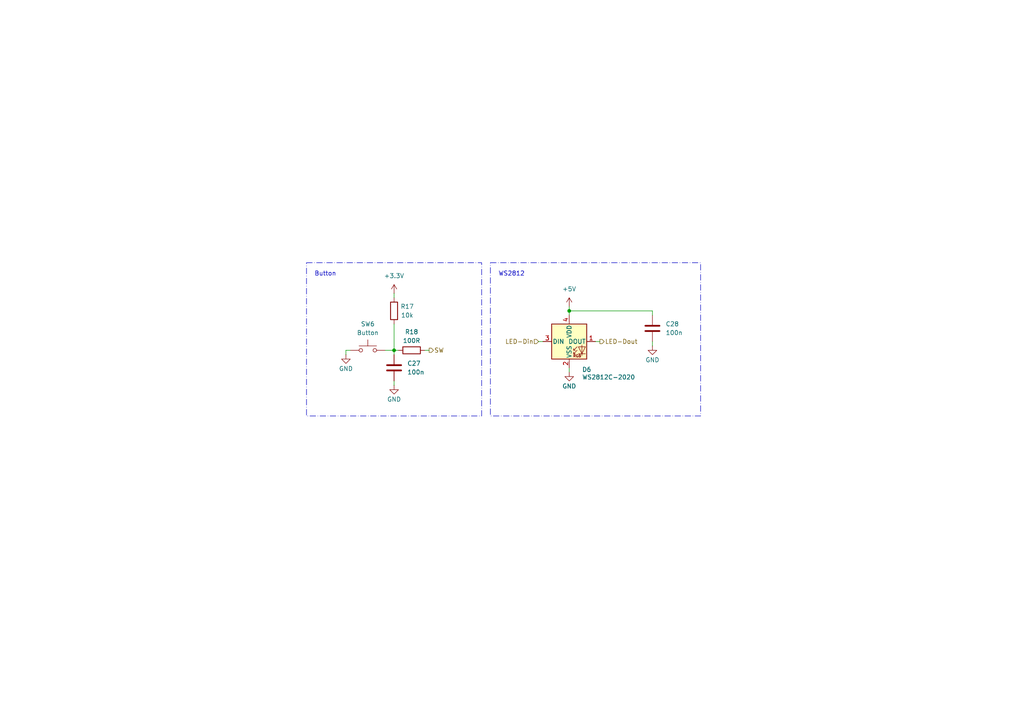
<source format=kicad_sch>
(kicad_sch (version 20250114) (generator "eeschema") (generator_version "9.0")
  (paper "A4")
  (title_block (title "Numpad") (date "2025-10-28") (rev "v2.0") (company "Szymon Wąchała"))
  (lib_symbols
    (symbol "Device:C" (pin_numbers (hide yes)) (pin_names (offset 0.254))
      (property "Reference" "C" (at 0.635 2.54 0))
      (property "Value" "C" (at 0.635 -2.54 0))
      (symbol "C_0_1"
        (polyline (pts (xy -2.032 0.762) (xy 2.032 0.762)) (stroke (width 0.508)))
        (polyline (pts (xy -2.032 -0.762) (xy 2.032 -0.762)) (stroke (width 0.508)))
      )
      (symbol "C_1_1"
        (pin passive line (at 0 3.81 270) (length 2.794) (name "~") (number "1"))
        (pin passive line (at 0 -3.81 90) (length 2.794) (name "~") (number "2"))
      )
    )
    (symbol "Device:R" (pin_numbers (hide yes)) (pin_names (offset 0))
      (property "Reference" "R" (at 2.032 0 90))
      (property "Value" "R" (at 0 0 90))
      (symbol "R_0_1"
        (rectangle (start -1.016 -2.54) (end 1.016 2.54) (stroke (width 0.254)))
      )
      (symbol "R_1_1"
        (pin passive line (at 0 3.81 270) (length 1.27) (name "~") (number "1"))
        (pin passive line (at 0 -3.81 90) (length 1.27) (name "~") (number "2"))
      )
    )
    (symbol "LED:WS2812B-2020" (pin_names (offset 0.254))
      (property "Reference" "D" (at 5.08 5.715 0))
      (property "Value" "WS2812B-2020" (at 1.27 -5.715 0))
      (symbol "WS2812B-2020_0_0"
        (text "RGB" (at 2.286 -4.191 0) (effects (font (size 0.762 0.762))))
      )
      (symbol "WS2812B-2020_0_1"
        (polyline (pts (xy 1.27 -2.54) (xy 1.778 -2.54)))
        (polyline (pts (xy 1.27 -3.556) (xy 1.778 -3.556)))
        (polyline (pts (xy 2.286 -1.524) (xy 1.27 -2.54) (xy 1.27 -2.032)))
        (polyline (pts (xy 2.286 -2.54) (xy 1.27 -3.556) (xy 1.27 -3.048)))
        (polyline (pts (xy 3.683 -1.016) (xy 3.683 -3.556) (xy 3.683 -4.064)))
        (polyline (pts (xy 4.699 -1.524) (xy 2.667 -1.524) (xy 3.683 -3.556) (xy 4.699 -1.524)))
        (polyline (pts (xy 4.699 -3.556) (xy 2.667 -3.556)))
        (rectangle (start 5.08 5.08) (end -5.08 -5.08) (stroke (width 0.254)) (fill (type background)))
      )
      (symbol "WS2812B-2020_1_1"
        (pin input line (at -7.62 0 0) (length 2.54) (name "DIN") (number "3"))
        (pin power_in line (at 0 7.62 270) (length 2.54) (name "VDD") (number "4"))
        (pin power_in line (at 0 -7.62 90) (length 2.54) (name "VSS") (number "2"))
        (pin output line (at 7.62 0 180) (length 2.54) (name "DOUT") (number "1"))
      )
    )
    (symbol "Switch:SW_Push" (pin_numbers (hide yes)) (pin_names (offset 1.016) (hide yes))
      (property "Reference" "SW" (at 1.27 2.54 0))
      (property "Value" "SW_Push" (at 0 -1.524 0))
      (symbol "SW_Push_0_1"
        (circle (center -2.032 0) (radius 0.508))
        (polyline (pts (xy 0 1.27) (xy 0 3.048)))
        (circle (center 2.032 0) (radius 0.508))
        (polyline (pts (xy 2.54 1.27) (xy -2.54 1.27)))
        (pin passive line (at -5.08 0 0) (length 2.54) (name "1") (number "1"))
        (pin passive line (at 5.08 0 180) (length 2.54) (name "2") (number "2"))
      )
    )
    (symbol "power:GND" (power) (pin_numbers (hide yes)) (pin_names (offset 0) (hide yes))
      (property "Value" "GND" (at 0 -3.81 0))
      (symbol "GND_0_1"
        (polyline (pts (xy 0 0) (xy 0 -1.27) (xy 1.27 -1.27) (xy 0 -2.54) (xy -1.27 -1.27) (xy 0 -1.27)))
      )
      (symbol "GND_1_1"
        (pin power_in line (at 0 0 270) (length 0) (name "~") (number "1"))
      )
    )
    (symbol "power:VCC" (power) (pin_numbers (hide yes)) (pin_names (offset 0) (hide yes))
      (property "Value" "VCC" (at 0 3.556 0))
      (symbol "VCC_0_1"
        (polyline (pts (xy -0.762 1.27) (xy 0 2.54)))
        (polyline (pts (xy 0 2.54) (xy 0.762 1.27)))
        (polyline (pts (xy 0 0) (xy 0 2.54)))
      )
      (symbol "VCC_1_1"
        (pin power_in line (at 0 0 90) (length 0) (name "~") (number "1"))
      )
    )
  )
  (rectangle (start 142.24 76.2) (end 203.2 120.65) (stroke (width 0) (type dash_dot)))
  (rectangle (start 88.9 76.2) (end 139.7 120.65) (stroke (width 0) (type dash_dot)))
  (text "Button" (at 91.186 79.502 0) (effects (font (size 1.27 1.27)) (justify left)))
  (text "WS2812" (at 144.526 79.502 0) (effects (font (size 1.27 1.27)) (justify left)))
  (junction (at 114.3 101.6))
  (junction (at 165.1 90.17))
  (wire (pts (xy 111.76 101.6) (xy 114.3 101.6)))
  (wire (pts (xy 114.3 85.09) (xy 114.3 86.36)))
  (wire (pts (xy 123.19 101.6) (xy 124.46 101.6)))
  (wire (pts (xy 114.3 101.6) (xy 115.57 101.6)))
  (wire (pts (xy 189.23 99.06) (xy 189.23 100.33)))
  (wire (pts (xy 100.33 101.6) (xy 100.33 102.87)))
  (wire (pts (xy 165.1 106.68) (xy 165.1 107.95)))
  (wire (pts (xy 114.3 93.98) (xy 114.3 101.6)))
  (wire (pts (xy 114.3 110.49) (xy 114.3 111.76)))
  (wire (pts (xy 114.3 102.87) (xy 114.3 101.6)))
  (wire (pts (xy 172.72 99.06) (xy 173.99 99.06)))
  (wire (pts (xy 165.1 88.9) (xy 165.1 90.17)))
  (wire (pts (xy 156.21 99.06) (xy 157.48 99.06)))
  (wire (pts (xy 189.23 91.44) (xy 189.23 90.17)))
  (wire (pts (xy 165.1 90.17) (xy 165.1 91.44)))
  (wire (pts (xy 100.33 101.6) (xy 101.6 101.6)))
  (wire (pts (xy 165.1 90.17) (xy 189.23 90.17)))
  (hierarchical_label "SW" (shape output) (at 124.46 101.6 0))
  (hierarchical_label "LED-Din" (shape input) (at 156.21 99.06 180))
  (hierarchical_label "LED-Dout" (shape output) (at 173.99 99.06 0))
  (symbol (lib_id "Device:C") (at 114.3 106.68 0) (unit 1)
    (property "Reference" "C17" (at 118.11 105.4099 0) (effects (justify left)))
    (property "Value" "100n" (at 118.11 107.9499 0) (effects (justify left)))
    (property "Footprint" "Capacitor_SMD:C_0603_1608Metric" (effects (hide yes)))
    (property "Description" "Unpolarized capacitor" (effects (hide yes)))
    (instances (project "Numpad" (path "" (reference "C27") (unit 1)) (path "" (reference "C31") (unit 1)) (path "" (reference "C39") (unit 1)) (path "" (reference "C51") (unit 1)) (path "" (reference "C37") (unit 1)) (path "" (reference "C17") (unit 1)) (path "" (reference "C49") (unit 1)) (path "" (reference "C33") (unit 1)) (path "" (reference "C41") (unit 1)) (path "" (reference "C47") (unit 1)) (path "" (reference "C23") (unit 1)) (path "" (reference "C43") (unit 1)) (path "" (reference "C19") (unit 1)) (path "" (reference "C29") (unit 1)) (path "" (reference "C25") (unit 1)) (path "" (reference "C21") (unit 1)) (path "" (reference "C45") (unit 1)) (path "" (reference "C35") (unit 1)) (path "" (reference "C53") (unit 1))))
  )
  (symbol (lib_id "Device:R") (at 119.38 101.6 90) (unit 1)
    (property "Reference" "R8" (at 119.38 96.266 90))
    (property "Value" "100R" (at 119.38 98.806 90))
    (property "Footprint" "Resistor_SMD:R_0603_1608Metric" (effects (hide yes)))
    (property "Description" "Resistor" (effects (hide yes)))
    (instances (project "Numpad" (path "" (reference "R18") (unit 1)) (path "" (reference "R22") (unit 1)) (path "" (reference "R30") (unit 1)) (path "" (reference "R42") (unit 1)) (path "" (reference "R28") (unit 1)) (path "" (reference "R8") (unit 1)) (path "" (reference "R40") (unit 1)) (path "" (reference "R24") (unit 1)) (path "" (reference "R32") (unit 1)) (path "" (reference "R38") (unit 1)) (path "" (reference "R14") (unit 1)) (path "" (reference "R34") (unit 1)) (path "" (reference "R10") (unit 1)) (path "" (reference "R20") (unit 1)) (path "" (reference "R16") (unit 1)) (path "" (reference "R12") (unit 1)) (path "" (reference "R36") (unit 1)) (path "" (reference "R26") (unit 1)) (path "" (reference "R44") (unit 1))))
  )
  (symbol (lib_id "power:GND") (at 165.1 107.95 0) (unit 1)
    (property "Reference" "#PWR039" (effects (hide yes)))
    (property "Value" "GND" (at 165.1 112.014 0))
    (property "Description" "Power symbol creates a global label with name \"GND\" , ground" (effects (hide yes)))
    (instances (project "Numpad" (path "" (reference "#PWR069") (unit 1)) (path "" (reference "#PWR081") (unit 1)) (path "" (reference "#PWR0105") (unit 1)) (path "" (reference "#PWR0141") (unit 1)) (path "" (reference "#PWR099") (unit 1)) (path "" (reference "#PWR039") (unit 1)) (path "" (reference "#PWR0135") (unit 1)) (path "" (reference "#PWR087") (unit 1)) (path "" (reference "#PWR0111") (unit 1)) (path "" (reference "#PWR0129") (unit 1)) (path "" (reference "#PWR057") (unit 1)) (path "" (reference "#PWR0117") (unit 1)) (path "" (reference "#PWR045") (unit 1)) (path "" (reference "#PWR075") (unit 1)) (path "" (reference "#PWR063") (unit 1)) (path "" (reference "#PWR051") (unit 1)) (path "" (reference "#PWR0123") (unit 1)) (path "" (reference "#PWR093") (unit 1)) (path "" (reference "#PWR0147") (unit 1))))
  )
  (symbol (lib_id "power:GND") (at 100.33 102.87 0) (unit 1)
    (property "Reference" "#PWR035" (effects (hide yes)))
    (property "Value" "GND" (at 100.33 106.934 0))
    (property "Description" "Power symbol creates a global label with name \"GND\" , ground" (effects (hide yes)))
    (instances (project "Numpad" (path "" (reference "#PWR065") (unit 1)) (path "" (reference "#PWR077") (unit 1)) (path "" (reference "#PWR0101") (unit 1)) (path "" (reference "#PWR0137") (unit 1)) (path "" (reference "#PWR095") (unit 1)) (path "" (reference "#PWR035") (unit 1)) (path "" (reference "#PWR0131") (unit 1)) (path "" (reference "#PWR083") (unit 1)) (path "" (reference "#PWR0107") (unit 1)) (path "" (reference "#PWR0125") (unit 1)) (path "" (reference "#PWR053") (unit 1)) (path "" (reference "#PWR0113") (unit 1)) (path "" (reference "#PWR041") (unit 1)) (path "" (reference "#PWR071") (unit 1)) (path "" (reference "#PWR059") (unit 1)) (path "" (reference "#PWR047") (unit 1)) (path "" (reference "#PWR0119") (unit 1)) (path "" (reference "#PWR089") (unit 1)) (path "" (reference "#PWR0143") (unit 1))))
  )
  (symbol (lib_id "power:GND") (at 114.3 111.76 0) (unit 1)
    (property "Reference" "#PWR037" (effects (hide yes)))
    (property "Value" "GND" (at 114.3 115.824 0))
    (property "Description" "Power symbol creates a global label with name \"GND\" , ground" (effects (hide yes)))
    (instances (project "Numpad" (path "" (reference "#PWR067") (unit 1)) (path "" (reference "#PWR079") (unit 1)) (path "" (reference "#PWR0103") (unit 1)) (path "" (reference "#PWR0139") (unit 1)) (path "" (reference "#PWR097") (unit 1)) (path "" (reference "#PWR037") (unit 1)) (path "" (reference "#PWR0133") (unit 1)) (path "" (reference "#PWR085") (unit 1)) (path "" (reference "#PWR0109") (unit 1)) (path "" (reference "#PWR0127") (unit 1)) (path "" (reference "#PWR055") (unit 1)) (path "" (reference "#PWR0115") (unit 1)) (path "" (reference "#PWR043") (unit 1)) (path "" (reference "#PWR073") (unit 1)) (path "" (reference "#PWR061") (unit 1)) (path "" (reference "#PWR049") (unit 1)) (path "" (reference "#PWR0121") (unit 1)) (path "" (reference "#PWR091") (unit 1)) (path "" (reference "#PWR0145") (unit 1))))
  )
  (symbol (lib_id "power:VCC") (at 165.1 88.9 0) (unit 1)
    (property "Reference" "#PWR038" (effects (hide yes)))
    (property "Value" "+5V" (at 165.1 83.82 0))
    (property "Description" "Power symbol creates a global label with name \"VCC\"" (effects (hide yes)))
    (instances (project "Numpad" (path "" (reference "#PWR068") (unit 1)) (path "" (reference "#PWR080") (unit 1)) (path "" (reference "#PWR0104") (unit 1)) (path "" (reference "#PWR0140") (unit 1)) (path "" (reference "#PWR098") (unit 1)) (path "" (reference "#PWR038") (unit 1)) (path "" (reference "#PWR0134") (unit 1)) (path "" (reference "#PWR086") (unit 1)) (path "" (reference "#PWR0110") (unit 1)) (path "" (reference "#PWR0128") (unit 1)) (path "" (reference "#PWR056") (unit 1)) (path "" (reference "#PWR0116") (unit 1)) (path "" (reference "#PWR044") (unit 1)) (path "" (reference "#PWR074") (unit 1)) (path "" (reference "#PWR062") (unit 1)) (path "" (reference "#PWR050") (unit 1)) (path "" (reference "#PWR0122") (unit 1)) (path "" (reference "#PWR092") (unit 1)) (path "" (reference "#PWR0146") (unit 1))))
  )
  (symbol (lib_id "Device:C") (at 189.23 95.25 0) (unit 1)
    (property "Reference" "C18" (at 193.04 93.9799 0) (effects (justify left)))
    (property "Value" "100n" (at 193.04 96.5199 0) (effects (justify left)))
    (property "Footprint" "Capacitor_SMD:C_0603_1608Metric" (effects (hide yes)))
    (property "Description" "Unpolarized capacitor" (effects (hide yes)))
    (instances (project "Numpad" (path "" (reference "C28") (unit 1)) (path "" (reference "C32") (unit 1)) (path "" (reference "C40") (unit 1)) (path "" (reference "C52") (unit 1)) (path "" (reference "C38") (unit 1)) (path "" (reference "C18") (unit 1)) (path "" (reference "C50") (unit 1)) (path "" (reference "C34") (unit 1)) (path "" (reference "C42") (unit 1)) (path "" (reference "C48") (unit 1)) (path "" (reference "C24") (unit 1)) (path "" (reference "C44") (unit 1)) (path "" (reference "C20") (unit 1)) (path "" (reference "C30") (unit 1)) (path "" (reference "C26") (unit 1)) (path "" (reference "C22") (unit 1)) (path "" (reference "C46") (unit 1)) (path "" (reference "C36") (unit 1)) (path "" (reference "C54") (unit 1))))
  )
  (symbol (lib_id "Device:R") (at 114.3 90.17 0) (mirror x) (unit 1)
    (property "Reference" "R7" (at 118.11 88.9 0))
    (property "Value" "10k" (at 118.11 91.44 0))
    (property "Footprint" "Resistor_SMD:R_0603_1608Metric" (effects (hide yes)))
    (property "Description" "Resistor" (effects (hide yes)))
    (instances (project "Numpad" (path "" (reference "R17") (unit 1)) (path "" (reference "R21") (unit 1)) (path "" (reference "R29") (unit 1)) (path "" (reference "R41") (unit 1)) (path "" (reference "R27") (unit 1)) (path "" (reference "R7") (unit 1)) (path "" (reference "R39") (unit 1)) (path "" (reference "R23") (unit 1)) (path "" (reference "R31") (unit 1)) (path "" (reference "R37") (unit 1)) (path "" (reference "R13") (unit 1)) (path "" (reference "R33") (unit 1)) (path "" (reference "R9") (unit 1)) (path "" (reference "R19") (unit 1)) (path "" (reference "R15") (unit 1)) (path "" (reference "R11") (unit 1)) (path "" (reference "R35") (unit 1)) (path "" (reference "R25") (unit 1)) (path "" (reference "R43") (unit 1))))
  )
  (symbol (lib_id "power:VCC") (at 114.3 85.09 0) (unit 1)
    (property "Reference" "#PWR036" (effects (hide yes)))
    (property "Value" "+3.3V" (at 114.3 80.01 0))
    (property "Description" "Power symbol creates a global label with name \"VCC\"" (effects (hide yes)))
    (instances (project "Numpad" (path "" (reference "#PWR066") (unit 1)) (path "" (reference "#PWR078") (unit 1)) (path "" (reference "#PWR0102") (unit 1)) (path "" (reference "#PWR0138") (unit 1)) (path "" (reference "#PWR096") (unit 1)) (path "" (reference "#PWR036") (unit 1)) (path "" (reference "#PWR0132") (unit 1)) (path "" (reference "#PWR084") (unit 1)) (path "" (reference "#PWR0108") (unit 1)) (path "" (reference "#PWR0126") (unit 1)) (path "" (reference "#PWR054") (unit 1)) (path "" (reference "#PWR0114") (unit 1)) (path "" (reference "#PWR042") (unit 1)) (path "" (reference "#PWR072") (unit 1)) (path "" (reference "#PWR060") (unit 1)) (path "" (reference "#PWR048") (unit 1)) (path "" (reference "#PWR0120") (unit 1)) (path "" (reference "#PWR090") (unit 1)) (path "" (reference "#PWR0144") (unit 1))))
  )
  (symbol (lib_id "Switch:SW_Push") (at 106.68 101.6 0) (unit 1)
    (property "Reference" "SW1" (at 106.68 93.98 0))
    (property "Value" "Button" (at 106.68 96.52 0))
    (property "Footprint" "SW_Gateron_LowProfile_KS33_THT:SW_Gateron_LowProfile_THT" (effects (hide yes)))
    (property "Description" "Push button switch, generic, two pins" (effects (hide yes)))
    (instances (project "Numpad" (path "" (reference "SW6") (unit 1)) (path "" (reference "SW8") (unit 1)) (path "" (reference "SW12") (unit 1)) (path "" (reference "SW18") (unit 1)) (path "" (reference "SW11") (unit 1)) (path "" (reference "SW1") (unit 1)) (path "" (reference "SW17") (unit 1)) (path "" (reference "SW9") (unit 1)) (path "" (reference "SW13") (unit 1)) (path "" (reference "SW16") (unit 1)) (path "" (reference "SW4") (unit 1)) (path "" (reference "SW14") (unit 1)) (path "" (reference "SW2") (unit 1)) (path "" (reference "SW7") (unit 1)) (path "" (reference "SW5") (unit 1)) (path "" (reference "SW3") (unit 1)) (path "" (reference "SW15") (unit 1)) (path "" (reference "SW10") (unit 1)) (path "" (reference "SW19") (unit 1))))
  )
  (symbol (lib_id "power:GND") (at 189.23 100.33 0) (unit 1)
    (property "Reference" "#PWR040" (effects (hide yes)))
    (property "Value" "GND" (at 189.23 104.394 0))
    (property "Description" "Power symbol creates a global label with name \"GND\" , ground" (effects (hide yes)))
    (instances (project "Numpad" (path "" (reference "#PWR070") (unit 1)) (path "" (reference "#PWR082") (unit 1)) (path "" (reference "#PWR0106") (unit 1)) (path "" (reference "#PWR0142") (unit 1)) (path "" (reference "#PWR0100") (unit 1)) (path "" (reference "#PWR040") (unit 1)) (path "" (reference "#PWR0136") (unit 1)) (path "" (reference "#PWR088") (unit 1)) (path "" (reference "#PWR0112") (unit 1)) (path "" (reference "#PWR0130") (unit 1)) (path "" (reference "#PWR058") (unit 1)) (path "" (reference "#PWR0118") (unit 1)) (path "" (reference "#PWR046") (unit 1)) (path "" (reference "#PWR076") (unit 1)) (path "" (reference "#PWR064") (unit 1)) (path "" (reference "#PWR052") (unit 1)) (path "" (reference "#PWR0124") (unit 1)) (path "" (reference "#PWR094") (unit 1)) (path "" (reference "#PWR0148") (unit 1))))
  )
  (symbol (lib_id "LED:WS2812B-2020") (at 165.1 99.06 0) (unit 1)
    (property "Reference" "D1" (at 170.18 107.188 0))
    (property "Value" "WS2812C-2020" (at 176.53 109.4038 0))
    (property "Footprint" "LED_SMD:LED_WS2812B-2020_PLCC4_2.0x2.0mm" (effects (hide yes)))
    (property "Datasheet" "https://cdn-shop.adafruit.com/product-files/4684/4684_WS2812B-2020_V1.3_EN.pdf" (effects (hide yes)))
    (property "Description" "RGB LED with integrated controller, 2.0 x 2.0 mm, 12 mA" (effects (hide yes)))
    (instances (project "Numpad" (path "" (reference "D6") (unit 1)) (path "" (reference "D8") (unit 1)) (path "" (reference "D12") (unit 1)) (path "" (reference "D18") (unit 1)) (path "" (reference "D11") (unit 1)) (path "" (reference "D1") (unit 1)) (path "" (reference "D17") (unit 1)) (path "" (reference "D9") (unit 1)) (path "" (reference "D13") (unit 1)) (path "" (reference "D16") (unit 1)) (path "" (reference "D4") (unit 1)) (path "" (reference "D14") (unit 1)) (path "" (reference "D2") (unit 1)) (path "" (reference "D7") (unit 1)) (path "" (reference "D5") (unit 1)) (path "" (reference "D3") (unit 1)) (path "" (reference "D15") (unit 1)) (path "" (reference "D10") (unit 1)) (path "" (reference "D19") (unit 1))))
  )
)
</source>
